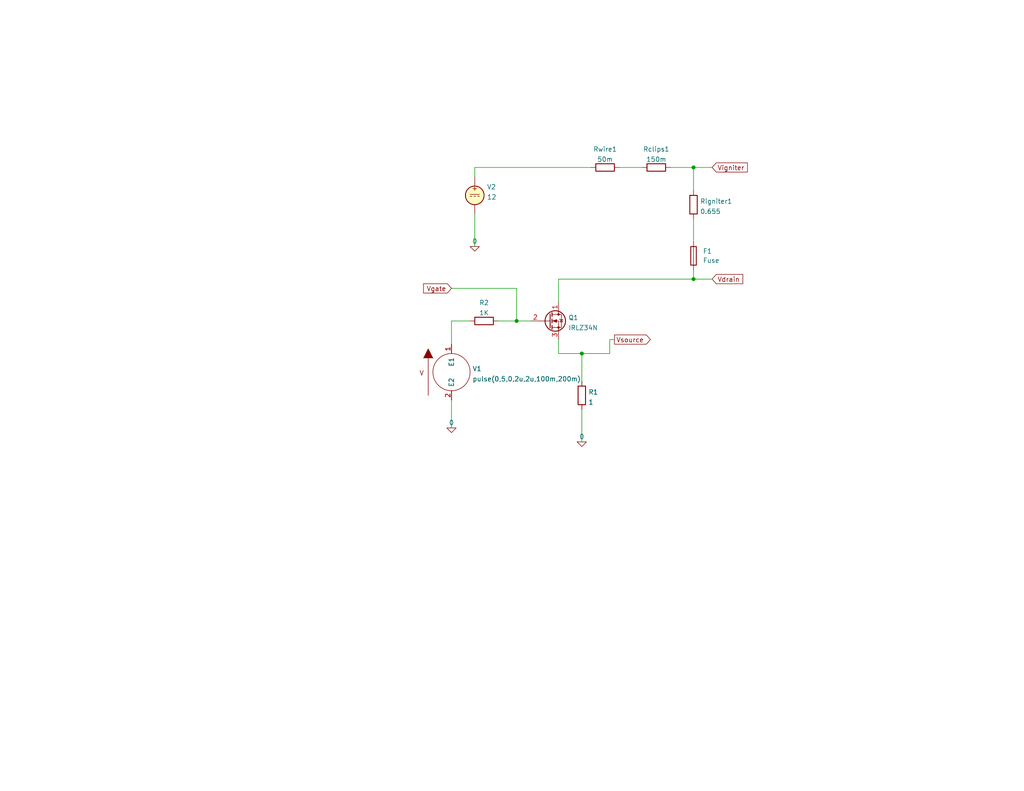
<source format=kicad_sch>
(kicad_sch (version 20211123) (generator eeschema)
  (paper "USLetter")
  (title_block (title "MOSFET Tests") (date "2021-10-26") (rev "0.1") (comment 1 "Estes Igniter"))
  (lib_symbols
    (symbol "Device:Fuse" (pin_numbers hide) (pin_names (offset 0))
      (property "Reference" "F" (at 2.032 0 90))
      (property "Value" "Fuse" (at -1.905 0 90))
      (symbol "Fuse_0_1"
        (rectangle (start -0.762 -2.54) (end 0.762 2.54) (stroke (width 0.254)))
        (polyline (pts (xy 0 2.54) (xy 0 -2.54)))
      )
      (symbol "Fuse_1_1"
        (pin passive line (at 0 3.81 270) (length 1.27) (name "~") (number "1"))
        (pin passive line (at 0 -3.81 90) (length 1.27) (name "~") (number "2"))
      )
    )
    (symbol "Device:R" (pin_numbers hide) (pin_names (offset 0))
      (property "Reference" "R" (at 2.032 0 90))
      (property "Value" "R" (at 0 0 90))
      (symbol "R_0_1"
        (rectangle (start -1.016 -2.54) (end 1.016 2.54) (stroke (width 0.254)))
      )
      (symbol "R_1_1"
        (pin passive line (at 0 3.81 270) (length 1.27) (name "~") (number "1"))
        (pin passive line (at 0 -3.81 90) (length 1.27) (name "~") (number "2"))
      )
    )
    (symbol "Simulation_SPICE:VDC" (pin_numbers hide) (pin_names (offset 0.0254))
      (property "Reference" "V" (at 2.54 2.54 0))
      (property "Value" "VDC" (at 2.54 0 0))
      (property "Spice_Model" "dc(1)" (at 2.54 -2.54 0))
      (symbol "VDC_0_0"
        (polyline (pts (xy -1.27 0.254) (xy 1.27 0.254)))
        (polyline (pts (xy -0.762 -0.254) (xy -1.27 -0.254)))
        (polyline (pts (xy 0.254 -0.254) (xy -0.254 -0.254)))
        (polyline (pts (xy 1.27 -0.254) (xy 0.762 -0.254)))
        (text "+" (at 0 1.905 0) (effects (font (size 1.27 1.27))))
      )
      (symbol "VDC_0_1"
        (circle (center 0 0) (radius 2.54) (stroke (width 0.254)) (fill (type background)))
      )
      (symbol "VDC_1_1"
        (pin passive line (at 0 5.08 270) (length 2.54) (name "~") (number "1"))
        (pin passive line (at 0 -5.08 90) (length 2.54) (name "~") (number "2"))
      )
    )
    (symbol "Transistor_FET:IRLZ34N" (pin_names hide)
      (property "Reference" "Q?" (at 5.207 0.9085 0))
      (property "Value" "IRLZ34N" (at 5.207 -1.8666 0))
      (symbol "IRLZ34N_0_1"
        (polyline (pts (xy 0.254 0) (xy -2.54 0)))
        (polyline (pts (xy 0.254 1.905) (xy 0.254 -1.905)) (stroke (width 0.254)))
        (polyline (pts (xy 0.762 -1.27) (xy 0.762 -2.286)) (stroke (width 0.254)))
        (polyline (pts (xy 0.762 0.508) (xy 0.762 -0.508)) (stroke (width 0.254)))
        (polyline (pts (xy 0.762 2.286) (xy 0.762 1.27)) (stroke (width 0.254)))
        (polyline (pts (xy 2.54 2.54) (xy 2.54 1.778)))
        (polyline (pts (xy 2.54 -2.54) (xy 2.54 0) (xy 0.762 0)))
        (polyline (pts (xy 0.762 -1.778) (xy 3.302 -1.778) (xy 3.302 1.778) (xy 0.762 1.778)))
        (polyline (pts (xy 1.016 0) (xy 2.032 0.381) (xy 2.032 -0.381) (xy 1.016 0)) (fill (type outline)))
        (polyline (pts (xy 2.794 0.508) (xy 2.921 0.381) (xy 3.683 0.381) (xy 3.81 0.254)))
        (polyline (pts (xy 3.302 0.381) (xy 2.921 -0.254) (xy 3.683 -0.254) (xy 3.302 0.381)))
        (circle (center 1.651 0) (radius 2.794) (stroke (width 0.254)))
        (circle (center 2.54 -1.778) (radius 0.254) (fill (type outline)))
        (circle (center 2.54 1.778) (radius 0.254) (fill (type outline)))
      )
      (symbol "IRLZ34N_1_1"
        (pin passive line (at 2.54 5.08 270) (length 2.54) (name "D") (number "1"))
        (pin input line (at -5.08 0 0) (length 2.54) (name "G") (number "2"))
        (pin passive line (at 2.54 -5.08 90) (length 2.54) (name "S") (number "3"))
      )
    )
    (symbol "pspice:0" (power) (pin_names (offset 0))
      (property "Value" "0" (at 0 -1.778 0))
      (symbol "0_0_1"
        (polyline (pts (xy -1.27 0) (xy 0 -1.27) (xy 1.27 0) (xy -1.27 0)))
      )
      (symbol "0_1_1"
        (pin power_in line (at 0 0 0) (length 0) hide (name "0") (number "1"))
      )
    )
    (symbol "pspice:VSOURCE" (pin_names (offset 1.016))
      (property "Reference" "V" (at -6.35 7.62 0))
      (property "Value" "VSOURCE" (at 0 0 0))
      (symbol "VSOURCE_0_1"
        (polyline (pts (xy -6.35 -6.35) (xy -6.35 3.81)) (fill (type outline)))
        (polyline (pts (xy -7.62 3.81) (xy -6.35 6.35) (xy -5.08 3.81)) (fill (type outline)))
        (circle (center 0 0) (radius 5.08))
        (text "V" (at -8.128 -0.254 0) (effects (font (size 1.27 1.27))))
      )
      (symbol "VSOURCE_1_1"
        (pin input line (at 0 7.62 270) (length 2.54) (name "E1") (number "1"))
        (pin input line (at 0 -7.62 90) (length 2.54) (name "E2") (number "2"))
      )
    )
  )
  (junction (at 189.23 45.72))
  (junction (at 189.23 76.2))
  (junction (at 158.75 96.52))
  (junction (at 140.97 87.63))
  (wire (pts (xy 140.97 87.63) (xy 144.78 87.63)))
  (wire (pts (xy 194.31 76.2) (xy 189.23 76.2)))
  (wire (pts (xy 189.23 59.69) (xy 189.23 66.04)))
  (wire (pts (xy 189.23 73.66) (xy 189.23 76.2)))
  (wire (pts (xy 152.4 96.52) (xy 158.75 96.52)))
  (wire (pts (xy 158.75 96.52) (xy 166.37 96.52)))
  (wire (pts (xy 123.19 109.22) (xy 123.19 116.84)))
  (wire (pts (xy 168.91 45.72) (xy 175.26 45.72)))
  (wire (pts (xy 189.23 45.72) (xy 189.23 52.07)))
  (wire (pts (xy 152.4 92.71) (xy 152.4 96.52)))
  (wire (pts (xy 123.19 87.63) (xy 123.19 93.98)))
  (wire (pts (xy 158.75 111.76) (xy 158.75 120.65)))
  (wire (pts (xy 140.97 78.74) (xy 140.97 87.63)))
  (wire (pts (xy 129.54 45.72) (xy 129.54 48.26)))
  (wire (pts (xy 135.89 87.63) (xy 140.97 87.63)))
  (wire (pts (xy 129.54 45.72) (xy 161.29 45.72)))
  (wire (pts (xy 128.27 87.63) (xy 123.19 87.63)))
  (wire (pts (xy 123.19 78.74) (xy 140.97 78.74)))
  (wire (pts (xy 158.75 96.52) (xy 158.75 104.14)))
  (wire (pts (xy 189.23 45.72) (xy 194.31 45.72)))
  (wire (pts (xy 182.88 45.72) (xy 189.23 45.72)))
  (wire (pts (xy 152.4 76.2) (xy 189.23 76.2)))
  (wire (pts (xy 166.37 92.71) (xy 166.37 96.52)))
  (wire (pts (xy 167.64 92.71) (xy 166.37 92.71)))
  (wire (pts (xy 152.4 76.2) (xy 152.4 82.55)))
  (wire (pts (xy 129.54 58.42) (xy 129.54 67.31)))
  (global_label "Vigniter" (shape input) (at 194.31 45.72 0) (property "Intersheet References" "${INTERSHEET_REFS}" (effects hide)))
  (global_label "Vdrain" (shape input) (at 194.31 76.2 0) (property "Intersheet References" "${INTERSHEET_REFS}" (effects hide)))
  (global_label "Vgate" (shape input) (at 123.19 78.74 180) (property "Intersheet References" "${INTERSHEET_REFS}" (effects hide)))
  (global_label "Vsource" (shape output) (at 167.64 92.71 0) (property "Intersheet References" "${INTERSHEET_REFS}" (effects hide)))
  (symbol (lib_id "pspice:0") (at 129.54 67.31 0) (unit 1)
    (property "Reference" "#GND0103" (effects hide))
    (property "Value" "0" (at 129.54 65.8644 0))
  )
  (symbol (lib_id "Device:R") (at 165.1 45.72 90) (unit 1)
    (property "Reference" "Rwire1" (at 165.1 40.7375 90))
    (property "Value" "50m" (at 165.1 43.5126 90))
  )
  (symbol (lib_id "Device:Fuse") (at 189.23 69.85 0) (unit 1)
    (property "Reference" "F1" (at 191.77 68.5799 0) (effects (justify left)))
    (property "Value" "Fuse" (at 191.77 71.1199 0) (effects (justify left)))
    (property "Spice_Primitive" "X" (effects hide))
    (property "Spice_Model" "FUSE" (effects hide))
    (property "Spice_Netlist_Enabled" "Y" (effects hide))
    (property "Spice_Lib_File" "/home/mark/python-projects/rocket_launcher_flask/Designs/libraries/fuse/NL/fuse_model_2.spi" (effects hide))
  )
  (symbol (lib_id "Device:R") (at 158.75 107.95 0) (unit 1)
    (property "Reference" "R1" (at 160.528 107.0415 0) (effects (justify left)))
    (property "Value" "1" (at 160.528 109.8166 0) (effects (justify left)))
  )
  (symbol (lib_id "pspice:VSOURCE") (at 123.19 101.6 0) (unit 1)
    (property "Reference" "V1" (at 128.905 100.6915 0) (effects (justify left)))
    (property "Value" "pulse(0,5,0,2u,2u,100m,200m)" (at 128.905 103.4666 0) (effects (justify left)))
    (property "Spice_Primitive" "V" (effects hide))
    (property "Spice_Model" "pulse(0 5 0 2u 2u 100m 200m)" (effects hide))
    (property "Spice_Netlist_Enabled" "Y" (effects hide))
  )
  (symbol (lib_id "Device:R") (at 132.08 87.63 90) (unit 1)
    (property "Reference" "R2" (at 132.08 82.6475 90))
    (property "Value" "1K" (at 132.08 85.4226 90))
  )
  (symbol (lib_id "pspice:0") (at 123.19 116.84 0) (unit 1)
    (property "Reference" "#GND0102" (effects hide))
    (property "Value" "0" (at 123.19 115.3944 0))
  )
  (symbol (lib_id "Transistor_FET:IRLZ34N") (at 149.86 87.63 0) (unit 1)
    (property "Reference" "Q1" (at 155.067 86.7215 0) (effects (justify left)))
    (property "Value" "IRLZ34N" (at 155.067 89.4966 0) (effects (justify left)))
    (property "Footprint" "Package_TO_SOT_THT:TO-220-3_Vertical" (effects hide))
    (property "Datasheet" "http://www.infineon.com/dgdl/irlz34npbf.pdf?fileId=5546d462533600a40153567206892720" (effects hide))
    (property "Spice_Primitive" "X" (effects hide))
    (property "Spice_Model" "irlz34n" (effects hide))
    (property "Spice_Netlist_Enabled" "Y" (effects hide))
    (property "Spice_Lib_File" "/home/mark/python-projects/rocket_launcher_flask/Designs/libraries/irlz34n.spi" (effects hide))
  )
  (symbol (lib_id "pspice:0") (at 158.75 120.65 0) (unit 1)
    (property "Reference" "#GND0101" (effects hide))
    (property "Value" "0" (at 158.75 119.2044 0))
  )
  (symbol (lib_id "Device:R") (at 189.23 55.88 0) (unit 1)
    (property "Reference" "Rigniter1" (at 191.008 54.9715 0) (effects (justify left)))
    (property "Value" "0.655" (at 191.008 57.7466 0) (effects (justify left)))
  )
  (symbol (lib_id "Device:R") (at 179.07 45.72 270) (unit 1)
    (property "Reference" "Rclips1" (at 179.07 40.7375 90))
    (property "Value" "150m" (at 179.07 43.5126 90))
  )
  (symbol (lib_id "Simulation_SPICE:VDC") (at 129.54 53.34 0) (unit 1)
    (property "Reference" "V2" (at 132.842 51.0439 0) (effects (justify left)))
    (property "Value" "12" (at 132.842 53.819 0) (effects (justify left)))
    (property "Spice_Netlist_Enabled" "Y" (effects hide))
    (property "Spice_Primitive" "V" (effects hide))
    (property "Spice_Model" "dc 12" (at 132.842 56.5941 0) (effects (justify left)))
  )
)
</source>
